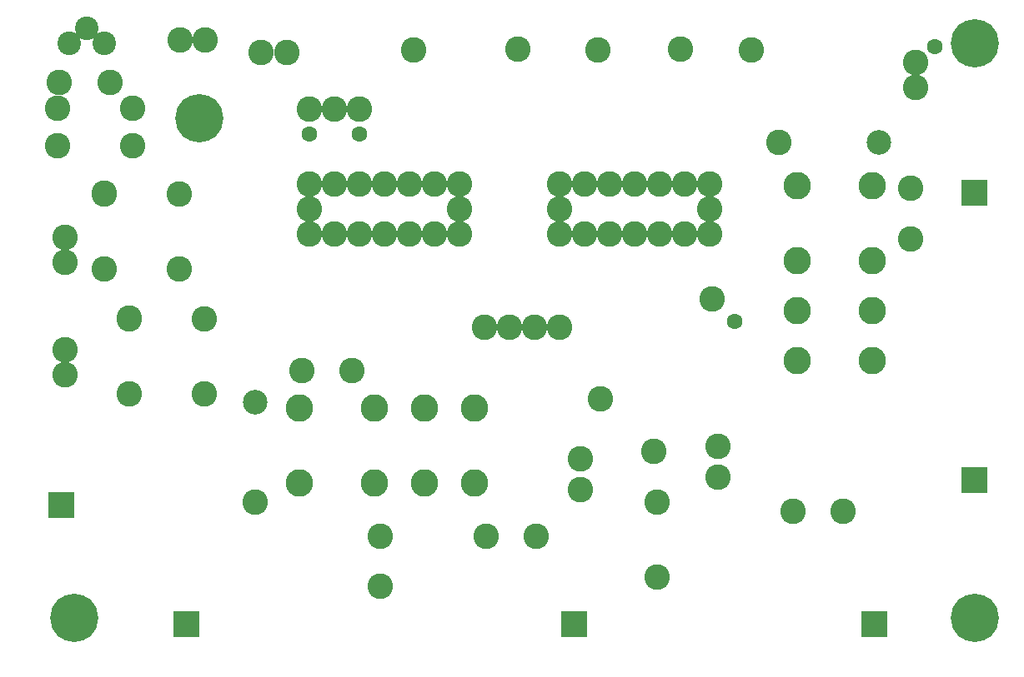
<source format=gbr>
%FSLAX34Y34*%
%MOMM*%
%LNSOLDERMASK_BOTTOM*%
G71*
G01*
%ADD10C,2.600*%
%ADD11C,1.600*%
%ADD12C,2.600*%
%ADD13C,2.500*%
%ADD14C,2.800*%
%ADD15C,4.900*%
%ADD16C,2.400*%
%LPD*%
X105550Y-70090D02*
G54D10*
D03*
X130950Y-70090D02*
G54D10*
D03*
X130950Y-70090D02*
G54D10*
D03*
X156350Y-70090D02*
G54D10*
D03*
X156350Y-70090D02*
G54D10*
D03*
X181750Y-70090D02*
G54D10*
D03*
X181750Y-70090D02*
G54D10*
D03*
X207150Y-70090D02*
G54D10*
D03*
X207150Y-70090D02*
G54D10*
D03*
X232550Y-70090D02*
G54D10*
D03*
X232550Y-70090D02*
G54D10*
D03*
X257950Y-70090D02*
G54D10*
D03*
X257950Y-70090D02*
G54D10*
D03*
X257950Y-95490D02*
G54D10*
D03*
X257950Y-95490D02*
G54D10*
D03*
X257950Y-120890D02*
G54D10*
D03*
X105550Y-70090D02*
G54D10*
D03*
X105550Y-95490D02*
G54D10*
D03*
X105550Y-95490D02*
G54D10*
D03*
X105550Y-120890D02*
G54D10*
D03*
X105550Y-120890D02*
G54D10*
D03*
X130950Y-120890D02*
G54D10*
D03*
X130950Y-120890D02*
G54D10*
D03*
X156350Y-120890D02*
G54D10*
D03*
X156350Y-120890D02*
G54D10*
D03*
X181750Y-120890D02*
G54D10*
D03*
X181750Y-120890D02*
G54D10*
D03*
X207150Y-120890D02*
G54D10*
D03*
X207150Y-120890D02*
G54D10*
D03*
X232550Y-120890D02*
G54D10*
D03*
X232550Y-120890D02*
G54D10*
D03*
X257950Y-120890D02*
G54D10*
D03*
X257950Y-120890D02*
G54D10*
D03*
X105550Y-120890D02*
G54D10*
D03*
X-148450Y-70090D02*
G54D10*
D03*
X-123050Y-70090D02*
G54D10*
D03*
X-123050Y-70090D02*
G54D10*
D03*
X-97650Y-70090D02*
G54D10*
D03*
X-97650Y-70090D02*
G54D10*
D03*
X-72250Y-70090D02*
G54D10*
D03*
X-72250Y-70090D02*
G54D10*
D03*
X-46850Y-70090D02*
G54D10*
D03*
X-46850Y-70090D02*
G54D10*
D03*
X-21450Y-70090D02*
G54D10*
D03*
X-21450Y-70090D02*
G54D10*
D03*
X3950Y-70090D02*
G54D10*
D03*
X3950Y-70090D02*
G54D10*
D03*
X3950Y-95490D02*
G54D10*
D03*
X3950Y-95490D02*
G54D10*
D03*
X3950Y-120890D02*
G54D10*
D03*
X-148450Y-70090D02*
G54D10*
D03*
X-148450Y-95490D02*
G54D10*
D03*
X-148450Y-95490D02*
G54D10*
D03*
X-148450Y-120890D02*
G54D10*
D03*
X-148450Y-120890D02*
G54D10*
D03*
X-123050Y-120890D02*
G54D10*
D03*
X-123050Y-120890D02*
G54D10*
D03*
X-97650Y-120890D02*
G54D10*
D03*
X-97650Y-120890D02*
G54D10*
D03*
X-72250Y-120890D02*
G54D10*
D03*
X-72250Y-120890D02*
G54D10*
D03*
X-46850Y-120890D02*
G54D10*
D03*
X-46850Y-120890D02*
G54D10*
D03*
X-21450Y-120890D02*
G54D10*
D03*
X-21450Y-120890D02*
G54D10*
D03*
X3950Y-120890D02*
G54D10*
D03*
X3950Y-120890D02*
G54D10*
D03*
X-148450Y-120890D02*
G54D10*
D03*
X29350Y-216140D02*
G54D10*
D03*
X29350Y-216140D02*
G54D10*
D03*
X54750Y-216140D02*
G54D10*
D03*
X54750Y-216140D02*
G54D10*
D03*
X80150Y-216140D02*
G54D10*
D03*
X80150Y-216140D02*
G54D10*
D03*
X105550Y-216140D02*
G54D10*
D03*
X105550Y-216140D02*
G54D10*
D03*
X-148450Y6110D02*
G54D10*
D03*
X-123050Y6110D02*
G54D10*
D03*
X-97650Y6110D02*
G54D10*
D03*
X-148450Y-19290D02*
G54D11*
D03*
X-97650Y-19290D02*
G54D11*
D03*
X-330783Y-206934D02*
G54D10*
D03*
X-330833Y-283184D02*
G54D10*
D03*
X-330783Y-206934D02*
G54D12*
D03*
X-254592Y-207008D02*
G54D10*
D03*
X-330842Y-206958D02*
G54D10*
D03*
X-254592Y-207008D02*
G54D12*
D03*
X-254592Y-207008D02*
G54D10*
D03*
X-254642Y-283258D02*
G54D10*
D03*
X-254592Y-207008D02*
G54D12*
D03*
X-356182Y-79934D02*
G54D10*
D03*
X-356233Y-156184D02*
G54D10*
D03*
X-356183Y-79934D02*
G54D12*
D03*
X-279992Y-80008D02*
G54D10*
D03*
X-356242Y-79958D02*
G54D10*
D03*
X-279992Y-80008D02*
G54D12*
D03*
X-279992Y-80008D02*
G54D10*
D03*
X-280042Y-156258D02*
G54D10*
D03*
X-279992Y-80008D02*
G54D12*
D03*
X-396427Y-238639D02*
G54D10*
D03*
X-396427Y-264039D02*
G54D10*
D03*
X-396427Y-124339D02*
G54D10*
D03*
X-396427Y-149739D02*
G54D10*
D03*
X467173Y53461D02*
G54D10*
D03*
X467173Y28061D02*
G54D10*
D03*
X486550Y69610D02*
G54D11*
D03*
X260350Y-187200D02*
G54D10*
D03*
X-203200Y-393650D02*
G54D13*
D03*
X-203200Y-292050D02*
G54D13*
D03*
X-158365Y-374365D02*
G54D14*
D03*
X-158365Y-298165D02*
G54D14*
D03*
X-82165Y-374365D02*
G54D14*
D03*
X-31365Y-374365D02*
G54D14*
D03*
X19435Y-374365D02*
G54D14*
D03*
X-82165Y-298165D02*
G54D14*
D03*
X-31365Y-298165D02*
G54D14*
D03*
X19435Y-298165D02*
G54D14*
D03*
X-104940Y-259475D02*
G54D10*
D03*
X-155921Y-259587D02*
G54D10*
D03*
X-104940Y-259475D02*
G54D10*
D03*
X-203200Y-393650D02*
G54D10*
D03*
X-158365Y-374365D02*
G54D10*
D03*
X328052Y-27496D02*
G54D13*
D03*
X429652Y-27496D02*
G54D13*
D03*
X347337Y-72330D02*
G54D14*
D03*
X423537Y-72330D02*
G54D14*
D03*
X347337Y-148530D02*
G54D14*
D03*
X347337Y-199330D02*
G54D14*
D03*
X347337Y-250130D02*
G54D14*
D03*
X423537Y-148530D02*
G54D14*
D03*
X423537Y-199330D02*
G54D14*
D03*
X423537Y-250130D02*
G54D14*
D03*
X462227Y-125755D02*
G54D10*
D03*
X462115Y-74774D02*
G54D10*
D03*
X462227Y-125755D02*
G54D10*
D03*
X328052Y-27496D02*
G54D10*
D03*
X347337Y-72330D02*
G54D10*
D03*
X-196950Y63500D02*
G54D10*
D03*
X-171450Y63500D02*
G54D10*
D03*
X-158365Y-298165D02*
G54D10*
D03*
X347337Y-72330D02*
G54D10*
D03*
G36*
X514050Y-66400D02*
X540050Y-66400D01*
X540050Y-92400D01*
X514050Y-92400D01*
X514050Y-66400D01*
G37*
G36*
X514050Y-358500D02*
X540050Y-358500D01*
X540050Y-384500D01*
X514050Y-384500D01*
X514050Y-358500D01*
G37*
X266700Y-336500D02*
G54D10*
D03*
X266700Y-368250D02*
G54D10*
D03*
X-76200Y-428700D02*
G54D10*
D03*
X-76200Y-479500D02*
G54D10*
D03*
X342900Y-403300D02*
G54D10*
D03*
X393700Y-403300D02*
G54D10*
D03*
X201077Y-342250D02*
G54D10*
D03*
X147195Y-288298D02*
G54D10*
D03*
X201077Y-342250D02*
G54D12*
D03*
X205128Y-470026D02*
G54D10*
D03*
X205178Y-393776D02*
G54D10*
D03*
X205128Y-470026D02*
G54D12*
D03*
G36*
X107650Y-504550D02*
X133650Y-504550D01*
X133650Y-530550D01*
X107650Y-530550D01*
X107650Y-504550D01*
G37*
X127000Y-349200D02*
G54D10*
D03*
X127000Y-380950D02*
G54D10*
D03*
X-76200Y-479500D02*
G54D10*
D03*
X127000Y-380950D02*
G54D10*
D03*
X30894Y-428607D02*
G54D10*
D03*
X81874Y-428495D02*
G54D10*
D03*
X283350Y-209790D02*
G54D11*
D03*
X30894Y-428607D02*
G54D10*
D03*
X-387350Y-511250D02*
G54D15*
D03*
G36*
X-286050Y-504550D02*
X-260050Y-504550D01*
X-260050Y-530550D01*
X-286050Y-530550D01*
X-286050Y-504550D01*
G37*
X527050Y-511250D02*
G54D15*
D03*
G36*
X412450Y-504550D02*
X438450Y-504550D01*
X438450Y-530550D01*
X412450Y-530550D01*
X412450Y-504550D01*
G37*
X527050Y72950D02*
G54D15*
D03*
G36*
X-413050Y-383900D02*
X-387050Y-383900D01*
X-387050Y-409900D01*
X-413050Y-409900D01*
X-413050Y-383900D01*
G37*
X-356782Y72522D02*
G54D16*
D03*
X-374357Y88422D02*
G54D16*
D03*
X-391973Y72487D02*
G54D16*
D03*
X-401847Y33135D02*
G54D10*
D03*
X-350866Y33248D02*
G54D10*
D03*
X-404254Y6488D02*
G54D10*
D03*
X-328004Y6438D02*
G54D10*
D03*
X-404254Y-31612D02*
G54D10*
D03*
X-328004Y-31662D02*
G54D10*
D03*
X-279400Y76200D02*
G54D10*
D03*
X-254000Y76200D02*
G54D10*
D03*
X-260350Y-3250D02*
G54D15*
D03*
X63500Y66600D02*
G54D10*
D03*
X144601Y65863D02*
G54D10*
D03*
X228600Y66600D02*
G54D10*
D03*
X-42500Y66073D02*
G54D10*
D03*
X300400Y66073D02*
G54D10*
D03*
M02*

</source>
